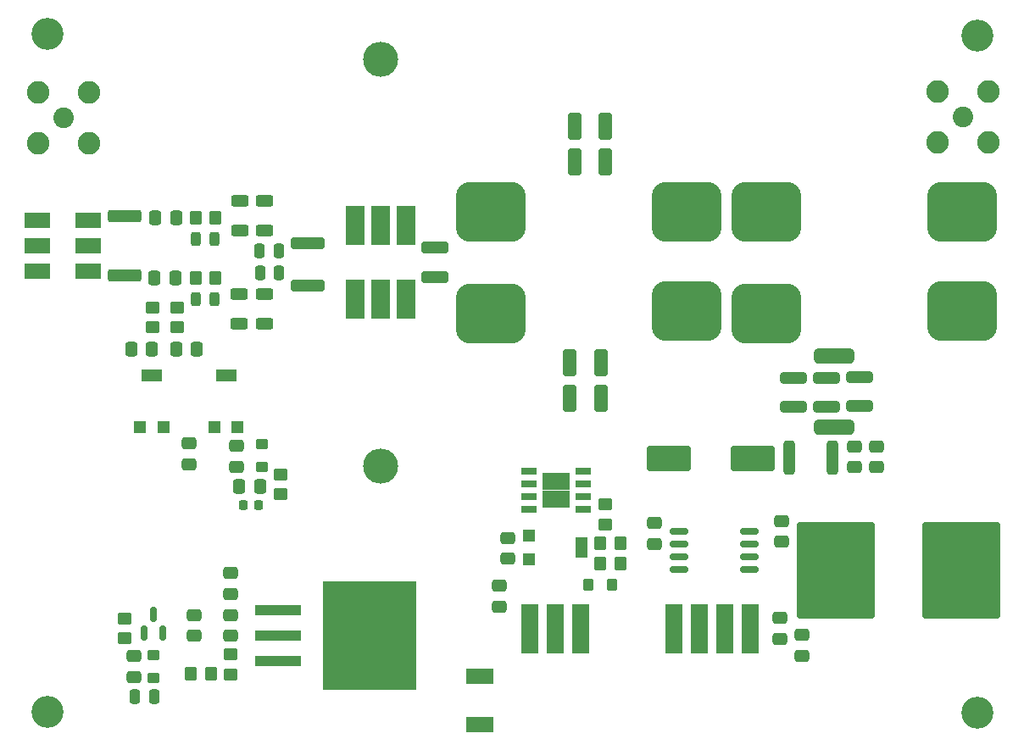
<source format=gbr>
%TF.GenerationSoftware,KiCad,Pcbnew,(6.0.1)*%
%TF.CreationDate,2022-01-26T11:25:13+01:00*%
%TF.ProjectId,MUNIN 100,4d554e49-4e20-4313-9030-2e6b69636164,0*%
%TF.SameCoordinates,Original*%
%TF.FileFunction,Soldermask,Top*%
%TF.FilePolarity,Negative*%
%FSLAX46Y46*%
G04 Gerber Fmt 4.6, Leading zero omitted, Abs format (unit mm)*
G04 Created by KiCad (PCBNEW (6.0.1)) date 2022-01-26 11:25:13*
%MOMM*%
%LPD*%
G01*
G04 APERTURE LIST*
G04 Aperture macros list*
%AMRoundRect*
0 Rectangle with rounded corners*
0 $1 Rounding radius*
0 $2 $3 $4 $5 $6 $7 $8 $9 X,Y pos of 4 corners*
0 Add a 4 corners polygon primitive as box body*
4,1,4,$2,$3,$4,$5,$6,$7,$8,$9,$2,$3,0*
0 Add four circle primitives for the rounded corners*
1,1,$1+$1,$2,$3*
1,1,$1+$1,$4,$5*
1,1,$1+$1,$6,$7*
1,1,$1+$1,$8,$9*
0 Add four rect primitives between the rounded corners*
20,1,$1+$1,$2,$3,$4,$5,0*
20,1,$1+$1,$4,$5,$6,$7,0*
20,1,$1+$1,$6,$7,$8,$9,0*
20,1,$1+$1,$8,$9,$2,$3,0*%
G04 Aperture macros list end*
%ADD10C,2.050000*%
%ADD11C,2.250000*%
%ADD12O,3.500000X3.500000*%
%ADD13R,1.905000X4.000000*%
%ADD14RoundRect,0.250000X0.250000X0.475000X-0.250000X0.475000X-0.250000X-0.475000X0.250000X-0.475000X0*%
%ADD15RoundRect,0.250000X-0.450000X0.350000X-0.450000X-0.350000X0.450000X-0.350000X0.450000X0.350000X0*%
%ADD16R,1.500000X0.650000*%
%ADD17R,1.350000X1.800000*%
%ADD18RoundRect,0.250000X0.337500X0.475000X-0.337500X0.475000X-0.337500X-0.475000X0.337500X-0.475000X0*%
%ADD19RoundRect,0.250000X0.350000X-0.275000X0.350000X0.275000X-0.350000X0.275000X-0.350000X-0.275000X0*%
%ADD20RoundRect,0.250000X0.475000X-0.337500X0.475000X0.337500X-0.475000X0.337500X-0.475000X-0.337500X0*%
%ADD21RoundRect,0.250000X0.312500X1.450000X-0.312500X1.450000X-0.312500X-1.450000X0.312500X-1.450000X0*%
%ADD22RoundRect,0.250000X-0.412500X-1.100000X0.412500X-1.100000X0.412500X1.100000X-0.412500X1.100000X0*%
%ADD23RoundRect,0.250000X-0.475000X0.337500X-0.475000X-0.337500X0.475000X-0.337500X0.475000X0.337500X0*%
%ADD24RoundRect,0.250000X0.350000X0.450000X-0.350000X0.450000X-0.350000X-0.450000X0.350000X-0.450000X0*%
%ADD25RoundRect,0.150000X0.800000X0.150000X-0.800000X0.150000X-0.800000X-0.150000X0.800000X-0.150000X0*%
%ADD26RoundRect,0.250000X0.625000X-0.312500X0.625000X0.312500X-0.625000X0.312500X-0.625000X-0.312500X0*%
%ADD27RoundRect,0.250000X1.950000X1.000000X-1.950000X1.000000X-1.950000X-1.000000X1.950000X-1.000000X0*%
%ADD28R,2.540000X1.650000*%
%ADD29R,2.700000X1.500000*%
%ADD30RoundRect,0.250000X-1.100000X0.325000X-1.100000X-0.325000X1.100000X-0.325000X1.100000X0.325000X0*%
%ADD31C,3.200000*%
%ADD32RoundRect,0.243750X-0.243750X-0.456250X0.243750X-0.456250X0.243750X0.456250X-0.243750X0.456250X0*%
%ADD33RoundRect,0.249998X-3.650002X-4.550002X3.650002X-4.550002X3.650002X4.550002X-3.650002X4.550002X0*%
%ADD34RoundRect,0.250000X-1.075000X0.312500X-1.075000X-0.312500X1.075000X-0.312500X1.075000X0.312500X0*%
%ADD35RoundRect,0.250000X-1.450000X0.312500X-1.450000X-0.312500X1.450000X-0.312500X1.450000X0.312500X0*%
%ADD36RoundRect,0.250000X-0.250000X-0.475000X0.250000X-0.475000X0.250000X0.475000X-0.250000X0.475000X0*%
%ADD37RoundRect,0.250000X-0.625000X0.312500X-0.625000X-0.312500X0.625000X-0.312500X0.625000X0.312500X0*%
%ADD38RoundRect,0.250000X-0.337500X-0.475000X0.337500X-0.475000X0.337500X0.475000X-0.337500X0.475000X0*%
%ADD39R,1.700000X5.000000*%
%ADD40R,1.300000X1.300000*%
%ADD41R,1.300000X2.000000*%
%ADD42R,2.000000X1.300000*%
%ADD43RoundRect,0.218750X0.218750X0.256250X-0.218750X0.256250X-0.218750X-0.256250X0.218750X-0.256250X0*%
%ADD44RoundRect,1.500000X-2.000000X-1.500000X2.000000X-1.500000X2.000000X1.500000X-2.000000X1.500000X0*%
%ADD45R,4.600000X1.100000*%
%ADD46R,9.400000X10.800000*%
%ADD47RoundRect,0.250000X-0.350000X-0.450000X0.350000X-0.450000X0.350000X0.450000X-0.350000X0.450000X0*%
%ADD48RoundRect,0.150000X0.150000X-0.587500X0.150000X0.587500X-0.150000X0.587500X-0.150000X-0.587500X0*%
%ADD49RoundRect,0.250000X-0.275000X-0.350000X0.275000X-0.350000X0.275000X0.350000X-0.275000X0.350000X0*%
%ADD50RoundRect,0.250000X0.450000X-0.350000X0.450000X0.350000X-0.450000X0.350000X-0.450000X-0.350000X0*%
%ADD51RoundRect,0.250000X-1.425000X0.362500X-1.425000X-0.362500X1.425000X-0.362500X1.425000X0.362500X0*%
%ADD52RoundRect,0.381000X-1.619000X-0.381000X1.619000X-0.381000X1.619000X0.381000X-1.619000X0.381000X0*%
%ADD53RoundRect,0.250000X-0.350000X0.275000X-0.350000X-0.275000X0.350000X-0.275000X0.350000X0.275000X0*%
G04 APERTURE END LIST*
D10*
%TO.C,J2*%
X140700000Y-89300000D03*
D11*
X138160000Y-91840000D03*
X143240000Y-91840000D03*
X138160000Y-86760000D03*
X143240000Y-86760000D03*
%TD*%
D10*
%TO.C,J1*%
X50900000Y-89400000D03*
D11*
X53440000Y-86860000D03*
X48360000Y-86860000D03*
X53440000Y-91940000D03*
X48360000Y-91940000D03*
%TD*%
D12*
%TO.C,Q3*%
X82600000Y-124192500D03*
D13*
X85140000Y-107532500D03*
X82600000Y-107532500D03*
X80060000Y-107532500D03*
%TD*%
D12*
%TO.C,Q2*%
X82600000Y-83507500D03*
D13*
X80060000Y-100167500D03*
X82600000Y-100167500D03*
X85140000Y-100167500D03*
%TD*%
D14*
%TO.C,C1*%
X59950000Y-147200000D03*
X58050000Y-147200000D03*
%TD*%
D15*
%TO.C,R1*%
X59766200Y-108296200D03*
X59766200Y-110296200D03*
%TD*%
D16*
%TO.C,U2*%
X102800000Y-128505000D03*
X102800000Y-127235000D03*
X102800000Y-125965000D03*
X102800000Y-124695000D03*
X97400000Y-124695000D03*
X97400000Y-125965000D03*
X97400000Y-127235000D03*
X97400000Y-128505000D03*
D17*
X99425000Y-125700000D03*
X100775000Y-125700000D03*
X100775000Y-127500000D03*
X99425000Y-127500000D03*
%TD*%
D18*
%TO.C,C8*%
X64207300Y-112522000D03*
X62132300Y-112522000D03*
%TD*%
D19*
%TO.C,L1*%
X59900000Y-145350000D03*
X59900000Y-143050000D03*
%TD*%
D20*
%TO.C,C12*%
X63900000Y-141137500D03*
X63900000Y-139062500D03*
%TD*%
D21*
%TO.C,L4*%
X127664300Y-123317000D03*
X123389300Y-123317000D03*
%TD*%
D22*
%TO.C,C14*%
X101485300Y-113817400D03*
X104610300Y-113817400D03*
%TD*%
D23*
%TO.C,C7*%
X68199000Y-122152500D03*
X68199000Y-124227500D03*
%TD*%
D20*
%TO.C,C26*%
X109900000Y-131937500D03*
X109900000Y-129862500D03*
%TD*%
D22*
%TO.C,C15*%
X101917100Y-90220800D03*
X105042100Y-90220800D03*
%TD*%
D20*
%TO.C,C24*%
X95310800Y-133437500D03*
X95310800Y-131362500D03*
%TD*%
D22*
%TO.C,C17*%
X101485300Y-117373400D03*
X104610300Y-117373400D03*
%TD*%
D20*
%TO.C,C19*%
X129870200Y-124278300D03*
X129870200Y-122203300D03*
%TD*%
D24*
%TO.C,R7*%
X65600000Y-144900000D03*
X63600000Y-144900000D03*
%TD*%
D15*
%TO.C,R4*%
X62255400Y-108296200D03*
X62255400Y-110296200D03*
%TD*%
D25*
%TO.C,IC1*%
X119374800Y-134467600D03*
X119374800Y-133197600D03*
X119374800Y-131927600D03*
X119374800Y-130657600D03*
X112374800Y-130657600D03*
X112374800Y-131927600D03*
X112374800Y-133197600D03*
X112374800Y-134467600D03*
%TD*%
D26*
%TO.C,R18*%
X70942200Y-109945900D03*
X70942200Y-107020900D03*
%TD*%
D27*
%TO.C,C25*%
X119754100Y-123418600D03*
X111354100Y-123418600D03*
%TD*%
D28*
%TO.C,TR1*%
X53340000Y-104673400D03*
X53340000Y-102133400D03*
X53340000Y-99593400D03*
X48260000Y-99593400D03*
X48260000Y-102133400D03*
X48260000Y-104673400D03*
%TD*%
D29*
%TO.C,D1*%
X92500000Y-145200000D03*
X92500000Y-150000000D03*
%TD*%
D30*
%TO.C,C11*%
X88000000Y-102325000D03*
X88000000Y-105275000D03*
%TD*%
D31*
%TO.C,H3*%
X142163800Y-148793200D03*
%TD*%
D23*
%TO.C,C23*%
X124637800Y-141050100D03*
X124637800Y-143125100D03*
%TD*%
D32*
%TO.C,D3*%
X64086500Y-101498400D03*
X65961500Y-101498400D03*
%TD*%
D20*
%TO.C,C9*%
X67600000Y-136937500D03*
X67600000Y-134862500D03*
%TD*%
D33*
%TO.C,C21*%
X128029900Y-134620000D03*
X140529900Y-134620000D03*
%TD*%
D34*
%TO.C,R10*%
X123774200Y-115326700D03*
X123774200Y-118251700D03*
%TD*%
%TO.C,R12*%
X130378200Y-115275900D03*
X130378200Y-118200900D03*
%TD*%
D35*
%TO.C,L5*%
X75285600Y-101900900D03*
X75285600Y-106175900D03*
%TD*%
D36*
%TO.C,C27*%
X70551000Y-104902000D03*
X72451000Y-104902000D03*
%TD*%
D37*
%TO.C,R16*%
X70993000Y-97699100D03*
X70993000Y-100624100D03*
%TD*%
D38*
%TO.C,C5*%
X60049500Y-99390200D03*
X62124500Y-99390200D03*
%TD*%
D39*
%TO.C,J3*%
X102525000Y-140462500D03*
X99985000Y-140462500D03*
X97445000Y-140462500D03*
%TD*%
D40*
%TO.C,RV3*%
X97400000Y-133450000D03*
D41*
X102600000Y-132300000D03*
D40*
X97400000Y-131150000D03*
%TD*%
%TO.C,RV1*%
X60865400Y-120278200D03*
D42*
X59715400Y-115078200D03*
D40*
X58565400Y-120278200D03*
%TD*%
D24*
%TO.C,R15*%
X106500000Y-133900000D03*
X104500000Y-133900000D03*
%TD*%
D23*
%TO.C,C3*%
X57900000Y-143162500D03*
X57900000Y-145237500D03*
%TD*%
D31*
%TO.C,H4*%
X49326800Y-148742400D03*
%TD*%
D38*
%TO.C,C2*%
X57636500Y-112522000D03*
X59711500Y-112522000D03*
%TD*%
D43*
%TO.C,D2*%
X70408900Y-128041400D03*
X68833900Y-128041400D03*
%TD*%
D39*
%TO.C,J4*%
X119500000Y-140462500D03*
X116960000Y-140462500D03*
X114420000Y-140462500D03*
X111880000Y-140462500D03*
%TD*%
D20*
%TO.C,C20*%
X122600000Y-131737500D03*
X122600000Y-129662500D03*
%TD*%
D32*
%TO.C,D4*%
X64137300Y-107518200D03*
X66012300Y-107518200D03*
%TD*%
D44*
%TO.C,TLT2*%
X121081800Y-98729800D03*
X140639800Y-98729800D03*
X140639800Y-108635800D03*
X121081800Y-108889800D03*
%TD*%
D22*
%TO.C,C16*%
X101917100Y-93751400D03*
X105042100Y-93751400D03*
%TD*%
D18*
%TO.C,C10*%
X70537500Y-126200000D03*
X68462500Y-126200000D03*
%TD*%
D37*
%TO.C,R17*%
X68554600Y-97699100D03*
X68554600Y-100624100D03*
%TD*%
D45*
%TO.C,U1*%
X72325000Y-138560000D03*
X72325000Y-141100000D03*
D46*
X81475000Y-141100000D03*
D45*
X72325000Y-143640000D03*
%TD*%
D47*
%TO.C,R6*%
X64074800Y-105410000D03*
X66074800Y-105410000D03*
%TD*%
D48*
%TO.C,Q1*%
X58950000Y-140837500D03*
X60850000Y-140837500D03*
X59900000Y-138962500D03*
%TD*%
D49*
%TO.C,L6*%
X103350000Y-136000000D03*
X105650000Y-136000000D03*
%TD*%
D15*
%TO.C,R14*%
X105000000Y-128000000D03*
X105000000Y-130000000D03*
%TD*%
D20*
%TO.C,C29*%
X94400000Y-138200000D03*
X94400000Y-136125000D03*
%TD*%
D15*
%TO.C,R9*%
X72600000Y-124984000D03*
X72600000Y-126984000D03*
%TD*%
D20*
%TO.C,C13*%
X67600000Y-141137500D03*
X67600000Y-139062500D03*
%TD*%
D23*
%TO.C,C22*%
X122428000Y-139348300D03*
X122428000Y-141423300D03*
%TD*%
D50*
%TO.C,R3*%
X57000000Y-141400000D03*
X57000000Y-139400000D03*
%TD*%
D47*
%TO.C,R13*%
X104500000Y-131900000D03*
X106500000Y-131900000D03*
%TD*%
D51*
%TO.C,R2*%
X56997600Y-99221700D03*
X56997600Y-105146700D03*
%TD*%
D38*
%TO.C,C6*%
X59998700Y-105410000D03*
X62073700Y-105410000D03*
%TD*%
D31*
%TO.C,H1*%
X49300000Y-81000000D03*
%TD*%
D26*
%TO.C,R19*%
X68427600Y-109945900D03*
X68427600Y-107020900D03*
%TD*%
D20*
%TO.C,C18*%
X132130800Y-124278300D03*
X132130800Y-122203300D03*
%TD*%
D15*
%TO.C,R8*%
X67600000Y-143000000D03*
X67600000Y-145000000D03*
%TD*%
D52*
%TO.C,L3*%
X127889000Y-113131600D03*
X127889000Y-120243600D03*
%TD*%
D31*
%TO.C,H2*%
X142200000Y-81200000D03*
%TD*%
D36*
%TO.C,C28*%
X70500200Y-102692200D03*
X72400200Y-102692200D03*
%TD*%
D40*
%TO.C,RV2*%
X68282200Y-120278200D03*
D42*
X67132200Y-115078200D03*
D40*
X65982200Y-120278200D03*
%TD*%
D47*
%TO.C,R5*%
X64074800Y-99339400D03*
X66074800Y-99339400D03*
%TD*%
D34*
%TO.C,R11*%
X127076200Y-115326700D03*
X127076200Y-118251700D03*
%TD*%
D23*
%TO.C,C4*%
X63449200Y-121898500D03*
X63449200Y-123973500D03*
%TD*%
D53*
%TO.C,L2*%
X70739000Y-121938400D03*
X70739000Y-124238400D03*
%TD*%
D44*
%TO.C,TLT1*%
X93548200Y-98729800D03*
X113106200Y-98729800D03*
X113106200Y-108635800D03*
X93548200Y-108889800D03*
%TD*%
M02*

</source>
